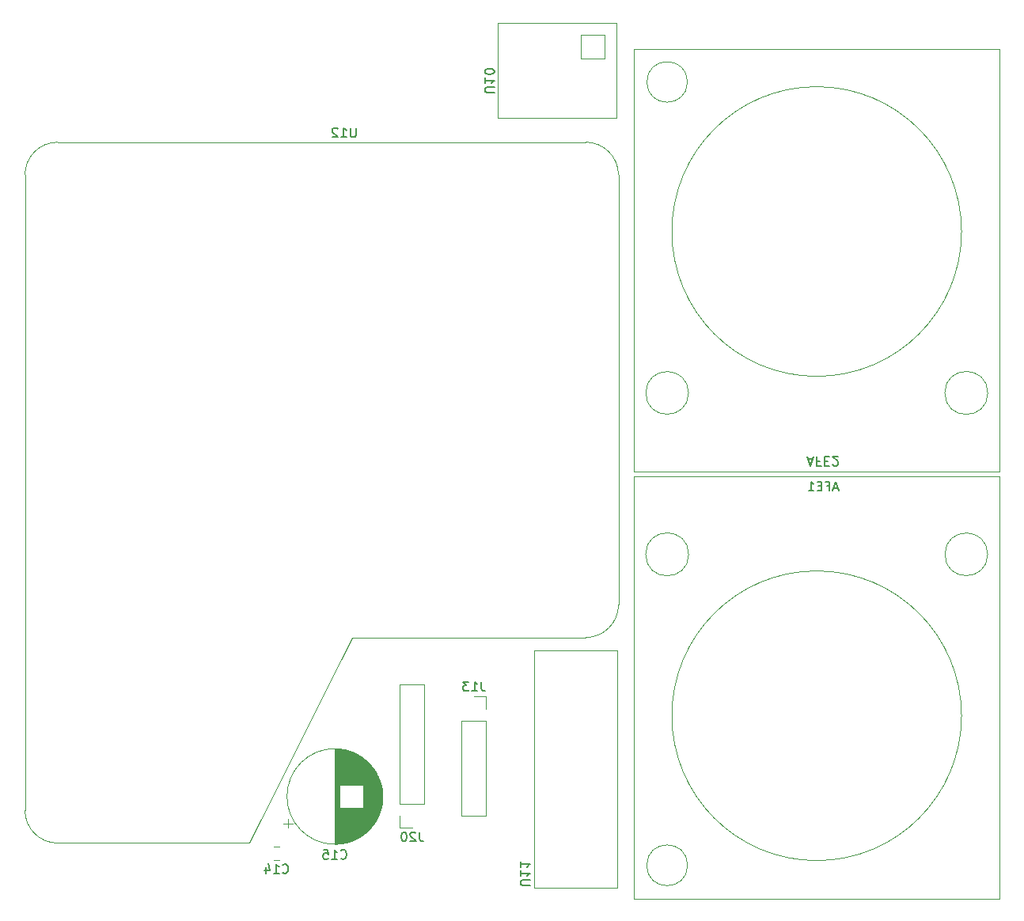
<source format=gbr>
%TF.GenerationSoftware,KiCad,Pcbnew,6.0.7-f9a2dced07~116~ubuntu20.04.1*%
%TF.CreationDate,2022-10-31T14:44:56+01:00*%
%TF.ProjectId,av_citynode_hw,61765f63-6974-4796-9e6f-64655f68772e,rev?*%
%TF.SameCoordinates,Original*%
%TF.FileFunction,Legend,Bot*%
%TF.FilePolarity,Positive*%
%FSLAX46Y46*%
G04 Gerber Fmt 4.6, Leading zero omitted, Abs format (unit mm)*
G04 Created by KiCad (PCBNEW 6.0.7-f9a2dced07~116~ubuntu20.04.1) date 2022-10-31 14:44:56*
%MOMM*%
%LPD*%
G01*
G04 APERTURE LIST*
%ADD10C,0.150000*%
%ADD11C,0.120000*%
G04 APERTURE END LIST*
D10*
%TO.C,C14*%
X250070857Y-139832142D02*
X250118476Y-139879761D01*
X250261333Y-139927380D01*
X250356571Y-139927380D01*
X250499428Y-139879761D01*
X250594666Y-139784523D01*
X250642285Y-139689285D01*
X250689904Y-139498809D01*
X250689904Y-139355952D01*
X250642285Y-139165476D01*
X250594666Y-139070238D01*
X250499428Y-138975000D01*
X250356571Y-138927380D01*
X250261333Y-138927380D01*
X250118476Y-138975000D01*
X250070857Y-139022619D01*
X249118476Y-139927380D02*
X249689904Y-139927380D01*
X249404190Y-139927380D02*
X249404190Y-138927380D01*
X249499428Y-139070238D01*
X249594666Y-139165476D01*
X249689904Y-139213095D01*
X248261333Y-139260714D02*
X248261333Y-139927380D01*
X248499428Y-138879761D02*
X248737523Y-139594047D01*
X248118476Y-139594047D01*
%TO.C,U11*%
X276518619Y-141192095D02*
X275709095Y-141192095D01*
X275613857Y-141144476D01*
X275566238Y-141096857D01*
X275518619Y-141001619D01*
X275518619Y-140811142D01*
X275566238Y-140715904D01*
X275613857Y-140668285D01*
X275709095Y-140620666D01*
X276518619Y-140620666D01*
X275518619Y-139620666D02*
X275518619Y-140192095D01*
X275518619Y-139906380D02*
X276518619Y-139906380D01*
X276375761Y-140001619D01*
X276280523Y-140096857D01*
X276232904Y-140192095D01*
X275518619Y-138668285D02*
X275518619Y-139239714D01*
X275518619Y-138954000D02*
X276518619Y-138954000D01*
X276375761Y-139049238D01*
X276280523Y-139144476D01*
X276232904Y-139239714D01*
%TO.C,U10*%
X272708619Y-56356095D02*
X271899095Y-56356095D01*
X271803857Y-56308476D01*
X271756238Y-56260857D01*
X271708619Y-56165619D01*
X271708619Y-55975142D01*
X271756238Y-55879904D01*
X271803857Y-55832285D01*
X271899095Y-55784666D01*
X272708619Y-55784666D01*
X271708619Y-54784666D02*
X271708619Y-55356095D01*
X271708619Y-55070380D02*
X272708619Y-55070380D01*
X272565761Y-55165619D01*
X272470523Y-55260857D01*
X272422904Y-55356095D01*
X272708619Y-54165619D02*
X272708619Y-54070380D01*
X272661000Y-53975142D01*
X272613380Y-53927523D01*
X272518142Y-53879904D01*
X272327666Y-53832285D01*
X272089571Y-53832285D01*
X271899095Y-53879904D01*
X271803857Y-53927523D01*
X271756238Y-53975142D01*
X271708619Y-54070380D01*
X271708619Y-54165619D01*
X271756238Y-54260857D01*
X271803857Y-54308476D01*
X271899095Y-54356095D01*
X272089571Y-54403714D01*
X272327666Y-54403714D01*
X272518142Y-54356095D01*
X272613380Y-54308476D01*
X272661000Y-54260857D01*
X272708619Y-54165619D01*
%TO.C,J20*%
X264715523Y-135513380D02*
X264715523Y-136227666D01*
X264763142Y-136370523D01*
X264858380Y-136465761D01*
X265001238Y-136513380D01*
X265096476Y-136513380D01*
X264286952Y-135608619D02*
X264239333Y-135561000D01*
X264144095Y-135513380D01*
X263906000Y-135513380D01*
X263810761Y-135561000D01*
X263763142Y-135608619D01*
X263715523Y-135703857D01*
X263715523Y-135799095D01*
X263763142Y-135941952D01*
X264334571Y-136513380D01*
X263715523Y-136513380D01*
X263096476Y-135513380D02*
X263001238Y-135513380D01*
X262906000Y-135561000D01*
X262858380Y-135608619D01*
X262810761Y-135703857D01*
X262763142Y-135894333D01*
X262763142Y-136132428D01*
X262810761Y-136322904D01*
X262858380Y-136418142D01*
X262906000Y-136465761D01*
X263001238Y-136513380D01*
X263096476Y-136513380D01*
X263191714Y-136465761D01*
X263239333Y-136418142D01*
X263286952Y-136322904D01*
X263334571Y-136132428D01*
X263334571Y-135894333D01*
X263286952Y-135703857D01*
X263239333Y-135608619D01*
X263191714Y-135561000D01*
X263096476Y-135513380D01*
%TO.C,J13*%
X271319523Y-119428380D02*
X271319523Y-120142666D01*
X271367142Y-120285523D01*
X271462380Y-120380761D01*
X271605238Y-120428380D01*
X271700476Y-120428380D01*
X270319523Y-120428380D02*
X270890952Y-120428380D01*
X270605238Y-120428380D02*
X270605238Y-119428380D01*
X270700476Y-119571238D01*
X270795714Y-119666476D01*
X270890952Y-119714095D01*
X269986190Y-119428380D02*
X269367142Y-119428380D01*
X269700476Y-119809333D01*
X269557619Y-119809333D01*
X269462380Y-119856952D01*
X269414761Y-119904571D01*
X269367142Y-119999809D01*
X269367142Y-120237904D01*
X269414761Y-120333142D01*
X269462380Y-120380761D01*
X269557619Y-120428380D01*
X269843333Y-120428380D01*
X269938571Y-120380761D01*
X269986190Y-120333142D01*
%TO.C,AFE1*%
X309511238Y-98718666D02*
X309035047Y-98718666D01*
X309606476Y-99004380D02*
X309273142Y-98004380D01*
X308939809Y-99004380D01*
X308273142Y-98480571D02*
X308606476Y-98480571D01*
X308606476Y-99004380D02*
X308606476Y-98004380D01*
X308130285Y-98004380D01*
X307749333Y-98480571D02*
X307416000Y-98480571D01*
X307273142Y-99004380D02*
X307749333Y-99004380D01*
X307749333Y-98004380D01*
X307273142Y-98004380D01*
X306320761Y-99004380D02*
X306892190Y-99004380D01*
X306606476Y-99004380D02*
X306606476Y-98004380D01*
X306701714Y-98147238D01*
X306796952Y-98242476D01*
X306892190Y-98290095D01*
%TO.C,U12*%
X257905095Y-60158380D02*
X257905095Y-60967904D01*
X257857476Y-61063142D01*
X257809857Y-61110761D01*
X257714619Y-61158380D01*
X257524142Y-61158380D01*
X257428904Y-61110761D01*
X257381285Y-61063142D01*
X257333666Y-60967904D01*
X257333666Y-60158380D01*
X256333666Y-61158380D02*
X256905095Y-61158380D01*
X256619380Y-61158380D02*
X256619380Y-60158380D01*
X256714619Y-60301238D01*
X256809857Y-60396476D01*
X256905095Y-60444095D01*
X255952714Y-60253619D02*
X255905095Y-60206000D01*
X255809857Y-60158380D01*
X255571761Y-60158380D01*
X255476523Y-60206000D01*
X255428904Y-60253619D01*
X255381285Y-60348857D01*
X255381285Y-60444095D01*
X255428904Y-60586952D01*
X256000333Y-61158380D01*
X255381285Y-61158380D01*
%TO.C,AFE2*%
X306320761Y-95591333D02*
X306796952Y-95591333D01*
X306225523Y-95305619D02*
X306558857Y-96305619D01*
X306892190Y-95305619D01*
X307558857Y-95829428D02*
X307225523Y-95829428D01*
X307225523Y-95305619D02*
X307225523Y-96305619D01*
X307701714Y-96305619D01*
X308082666Y-95829428D02*
X308416000Y-95829428D01*
X308558857Y-95305619D02*
X308082666Y-95305619D01*
X308082666Y-96305619D01*
X308558857Y-96305619D01*
X308939809Y-96210380D02*
X308987428Y-96258000D01*
X309082666Y-96305619D01*
X309320761Y-96305619D01*
X309416000Y-96258000D01*
X309463619Y-96210380D01*
X309511238Y-96115142D01*
X309511238Y-96019904D01*
X309463619Y-95877047D01*
X308892190Y-95305619D01*
X309511238Y-95305619D01*
%TO.C,C15*%
X256299180Y-138306142D02*
X256346799Y-138353761D01*
X256489656Y-138401380D01*
X256584894Y-138401380D01*
X256727751Y-138353761D01*
X256822989Y-138258523D01*
X256870608Y-138163285D01*
X256918227Y-137972809D01*
X256918227Y-137829952D01*
X256870608Y-137639476D01*
X256822989Y-137544238D01*
X256727751Y-137449000D01*
X256584894Y-137401380D01*
X256489656Y-137401380D01*
X256346799Y-137449000D01*
X256299180Y-137496619D01*
X255346799Y-138401380D02*
X255918227Y-138401380D01*
X255632513Y-138401380D02*
X255632513Y-137401380D01*
X255727751Y-137544238D01*
X255822989Y-137639476D01*
X255918227Y-137687095D01*
X254442037Y-137401380D02*
X254918227Y-137401380D01*
X254965846Y-137877571D01*
X254918227Y-137829952D01*
X254822989Y-137782333D01*
X254584894Y-137782333D01*
X254489656Y-137829952D01*
X254442037Y-137877571D01*
X254394418Y-137972809D01*
X254394418Y-138210904D01*
X254442037Y-138306142D01*
X254489656Y-138353761D01*
X254584894Y-138401380D01*
X254822989Y-138401380D01*
X254918227Y-138353761D01*
X254965846Y-138306142D01*
D11*
%TO.C,C14*%
X249166748Y-137060000D02*
X249689252Y-137060000D01*
X249166748Y-138530000D02*
X249689252Y-138530000D01*
%TO.C,U11*%
X276995000Y-141478000D02*
X285885000Y-141478000D01*
X285885000Y-141478000D02*
X285885000Y-116078000D01*
X285885000Y-116078000D02*
X276995000Y-116078000D01*
X276995000Y-116078000D02*
X276995000Y-141478000D01*
%TO.C,U10*%
X273050000Y-59055000D02*
X285750000Y-59055000D01*
X285750000Y-59055000D02*
X285750000Y-48895000D01*
X285750000Y-48895000D02*
X273050000Y-48895000D01*
X273050000Y-48895000D02*
X273050000Y-59055000D01*
X284480000Y-52705000D02*
X281940000Y-52705000D01*
X281940000Y-52705000D02*
X281940000Y-50165000D01*
X281940000Y-50165000D02*
X284480000Y-50165000D01*
X284480000Y-50165000D02*
X284480000Y-52705000D01*
%TO.C,J20*%
X265236000Y-132461000D02*
X265236000Y-119701000D01*
X262576000Y-119701000D02*
X265236000Y-119701000D01*
X262576000Y-133731000D02*
X262576000Y-135061000D01*
X262576000Y-135061000D02*
X263906000Y-135061000D01*
X262576000Y-132461000D02*
X265236000Y-132461000D01*
X262576000Y-132461000D02*
X262576000Y-119701000D01*
%TO.C,J13*%
X271840000Y-123576000D02*
X271840000Y-133796000D01*
X271840000Y-120976000D02*
X270510000Y-120976000D01*
X271840000Y-123576000D02*
X269180000Y-123576000D01*
X271840000Y-122306000D02*
X271840000Y-120976000D01*
X269180000Y-123576000D02*
X269180000Y-133796000D01*
X271840000Y-133796000D02*
X269180000Y-133796000D01*
%TO.C,AFE1*%
X287655000Y-96901000D02*
X308737000Y-96901000D01*
X326771000Y-51943000D02*
X326771000Y-51689000D01*
X308737000Y-96901000D02*
X326771000Y-96901000D01*
X326771000Y-96901000D02*
X326771000Y-51943000D01*
X287655000Y-51689000D02*
X287655000Y-96901000D01*
X326771000Y-51689000D02*
X287655000Y-51689000D01*
X322709082Y-71247000D02*
G75*
G03*
X322709082Y-71247000I-15496082J0D01*
G01*
X293497000Y-88519000D02*
G75*
G03*
X293497000Y-88519000I-2286000J0D01*
G01*
X293381177Y-55245000D02*
G75*
G03*
X293381177Y-55245000I-2170177J0D01*
G01*
X325515068Y-88519000D02*
G75*
G03*
X325515068Y-88519000I-2300068J0D01*
G01*
%TO.C,U12*%
X282504000Y-61687000D02*
X226004000Y-61687000D01*
X222504000Y-65187000D02*
X222504000Y-133187000D01*
X257504000Y-114687000D02*
X282504000Y-114687000D01*
X246504000Y-136687000D02*
X257504000Y-114687000D01*
X286004000Y-65187000D02*
X286004000Y-111187000D01*
X226004000Y-136687000D02*
X246504000Y-136687000D01*
X222504000Y-133187000D02*
G75*
G03*
X226004000Y-136687000I3499999J-1D01*
G01*
X286004000Y-65187000D02*
G75*
G03*
X282504000Y-61687000I-3500000J0D01*
G01*
X226004000Y-61687000D02*
G75*
G03*
X222504000Y-65187000I0J-3500000D01*
G01*
X282504000Y-114687000D02*
G75*
G03*
X286004000Y-111187000I1J3499999D01*
G01*
%TO.C,AFE2*%
X326771000Y-142621000D02*
X326771000Y-97409000D01*
X287655000Y-97409000D02*
X287655000Y-142367000D01*
X287655000Y-142367000D02*
X287655000Y-142621000D01*
X305689000Y-97409000D02*
X287655000Y-97409000D01*
X287655000Y-142621000D02*
X326771000Y-142621000D01*
X326771000Y-97409000D02*
X305689000Y-97409000D01*
X293395991Y-139065000D02*
G75*
G03*
X293395991Y-139065000I-2184991J0D01*
G01*
X322709082Y-123063000D02*
G75*
G03*
X322709082Y-123063000I-15496082J0D01*
G01*
X325501000Y-105791000D02*
G75*
G03*
X325501000Y-105791000I-2286000J0D01*
G01*
X293511068Y-105791000D02*
G75*
G03*
X293511068Y-105791000I-2300068J0D01*
G01*
%TO.C,C15*%
X256857323Y-130458000D02*
X256857323Y-126761000D01*
X257457323Y-130458000D02*
X257457323Y-126945000D01*
X257137323Y-136561000D02*
X257137323Y-132940000D01*
X257497323Y-130458000D02*
X257497323Y-126961000D01*
X258257323Y-130458000D02*
X258257323Y-127328000D01*
X258137323Y-130458000D02*
X258137323Y-127259000D01*
X256617323Y-130458000D02*
X256617323Y-126709000D01*
X260057323Y-134278000D02*
X260057323Y-129120000D01*
X256016323Y-136767000D02*
X256016323Y-126631000D01*
X255656323Y-136779000D02*
X255656323Y-126619000D01*
X259817323Y-134644000D02*
X259817323Y-128754000D01*
X257617323Y-136389000D02*
X257617323Y-132940000D01*
X256176323Y-130458000D02*
X256176323Y-126645000D01*
X258257323Y-136070000D02*
X258257323Y-132940000D01*
X255736323Y-136779000D02*
X255736323Y-126619000D01*
X260537323Y-133209000D02*
X260537323Y-130189000D01*
X258897323Y-135624000D02*
X258897323Y-127774000D01*
X257417323Y-130458000D02*
X257417323Y-126931000D01*
X256176323Y-136753000D02*
X256176323Y-132940000D01*
X256977323Y-136606000D02*
X256977323Y-132940000D01*
X258217323Y-136094000D02*
X258217323Y-132940000D01*
X258177323Y-136116000D02*
X258177323Y-132940000D01*
X255896323Y-136774000D02*
X255896323Y-126624000D01*
X256817323Y-130458000D02*
X256817323Y-126752000D01*
X255696323Y-136779000D02*
X255696323Y-126619000D01*
X259257323Y-135300000D02*
X259257323Y-128098000D01*
X259457323Y-135091000D02*
X259457323Y-128307000D01*
X260417323Y-133545000D02*
X260417323Y-129853000D01*
X257137323Y-130458000D02*
X257137323Y-126837000D01*
X257057323Y-130458000D02*
X257057323Y-126814000D01*
X257417323Y-136467000D02*
X257417323Y-132940000D01*
X259617323Y-134905000D02*
X259617323Y-128493000D01*
X256697323Y-130458000D02*
X256697323Y-126725000D01*
X256857323Y-136637000D02*
X256857323Y-132940000D01*
X258017323Y-136203000D02*
X258017323Y-132940000D01*
X260497323Y-133329000D02*
X260497323Y-130069000D01*
X257897323Y-130458000D02*
X257897323Y-127135000D01*
X256216323Y-130458000D02*
X256216323Y-126649000D01*
X256457323Y-130458000D02*
X256457323Y-126681000D01*
X259497323Y-135046000D02*
X259497323Y-128352000D01*
X256977323Y-130458000D02*
X256977323Y-126792000D01*
X258457323Y-135946000D02*
X258457323Y-132940000D01*
X258977323Y-135557000D02*
X258977323Y-127841000D01*
X258377323Y-130458000D02*
X258377323Y-127401000D01*
X260657323Y-132761000D02*
X260657323Y-130637000D01*
X257537323Y-130458000D02*
X257537323Y-126976000D01*
X257777323Y-130458000D02*
X257777323Y-127078000D01*
X258817323Y-135688000D02*
X258817323Y-127710000D01*
X256497323Y-136710000D02*
X256497323Y-132940000D01*
X259217323Y-135339000D02*
X259217323Y-128059000D01*
X257857323Y-130458000D02*
X257857323Y-127115000D01*
X256817323Y-136646000D02*
X256817323Y-132940000D01*
X259057323Y-135488000D02*
X259057323Y-127910000D01*
X256336323Y-130458000D02*
X256336323Y-126664000D01*
X258937323Y-135591000D02*
X258937323Y-127807000D01*
X259857323Y-134588000D02*
X259857323Y-128810000D01*
X259577323Y-134953000D02*
X259577323Y-128445000D01*
X255976323Y-136769000D02*
X255976323Y-126629000D01*
X259417323Y-135135000D02*
X259417323Y-128263000D01*
X256256323Y-136744000D02*
X256256323Y-132940000D01*
X256937323Y-136617000D02*
X256937323Y-132940000D01*
X258857323Y-135656000D02*
X258857323Y-127742000D01*
X260457323Y-133441000D02*
X260457323Y-129957000D01*
X257297323Y-130458000D02*
X257297323Y-126888000D01*
X258457323Y-130458000D02*
X258457323Y-127452000D01*
X256577323Y-130458000D02*
X256577323Y-126702000D01*
X257057323Y-136584000D02*
X257057323Y-132940000D01*
X258377323Y-135997000D02*
X258377323Y-132940000D01*
X258497323Y-135920000D02*
X258497323Y-132940000D01*
X258697323Y-135779000D02*
X258697323Y-127619000D01*
X256697323Y-136673000D02*
X256697323Y-132940000D01*
X260337323Y-133736000D02*
X260337323Y-129662000D01*
X257017323Y-136596000D02*
X257017323Y-132940000D01*
X257217323Y-136536000D02*
X257217323Y-132940000D01*
X258297323Y-130458000D02*
X258297323Y-127352000D01*
X260297323Y-133824000D02*
X260297323Y-129574000D01*
X259697323Y-134805000D02*
X259697323Y-128593000D01*
X258417323Y-130458000D02*
X258417323Y-127426000D01*
X258537323Y-135893000D02*
X258537323Y-132940000D01*
X250176677Y-134574000D02*
X251176677Y-134574000D01*
X256777323Y-130458000D02*
X256777323Y-126743000D01*
X256136323Y-136757000D02*
X256136323Y-126641000D01*
X260737323Y-132298000D02*
X260737323Y-131100000D01*
X258097323Y-130458000D02*
X258097323Y-127237000D01*
X257497323Y-136437000D02*
X257497323Y-132940000D01*
X258417323Y-135972000D02*
X258417323Y-132940000D01*
X256256323Y-130458000D02*
X256256323Y-126654000D01*
X258337323Y-136022000D02*
X258337323Y-132940000D01*
X256897323Y-136627000D02*
X256897323Y-132940000D01*
X256737323Y-136664000D02*
X256737323Y-132940000D01*
X257977323Y-130458000D02*
X257977323Y-127174000D01*
X260137323Y-134138000D02*
X260137323Y-129260000D01*
X255776323Y-136778000D02*
X255776323Y-126620000D01*
X257817323Y-136302000D02*
X257817323Y-132940000D01*
X256377323Y-130458000D02*
X256377323Y-126669000D01*
X250676677Y-135074000D02*
X250676677Y-134074000D01*
X256377323Y-136729000D02*
X256377323Y-132940000D01*
X256737323Y-130458000D02*
X256737323Y-126734000D01*
X258017323Y-130458000D02*
X258017323Y-127195000D01*
X256497323Y-130458000D02*
X256497323Y-126688000D01*
X256657323Y-136681000D02*
X256657323Y-132940000D01*
X256777323Y-136655000D02*
X256777323Y-132940000D01*
X259017323Y-135523000D02*
X259017323Y-127875000D01*
X256096323Y-136761000D02*
X256096323Y-126637000D01*
X259337323Y-135219000D02*
X259337323Y-128179000D01*
X257697323Y-130458000D02*
X257697323Y-127042000D01*
X259177323Y-135378000D02*
X259177323Y-128020000D01*
X259657323Y-134855000D02*
X259657323Y-128543000D01*
X259137323Y-135415000D02*
X259137323Y-127983000D01*
X260377323Y-133643000D02*
X260377323Y-129755000D01*
X260097323Y-134209000D02*
X260097323Y-129189000D01*
X260697323Y-132561000D02*
X260697323Y-130837000D01*
X259297323Y-135260000D02*
X259297323Y-128138000D01*
X257297323Y-136510000D02*
X257297323Y-132940000D01*
X259897323Y-134529000D02*
X259897323Y-128869000D01*
X260577323Y-133077000D02*
X260577323Y-130321000D01*
X257577323Y-136406000D02*
X257577323Y-132940000D01*
X258097323Y-136161000D02*
X258097323Y-132940000D01*
X257377323Y-130458000D02*
X257377323Y-126916000D01*
X257337323Y-136496000D02*
X257337323Y-132940000D01*
X259097323Y-135452000D02*
X259097323Y-127946000D01*
X256216323Y-136749000D02*
X256216323Y-132940000D01*
X257857323Y-136283000D02*
X257857323Y-132940000D01*
X259737323Y-134753000D02*
X259737323Y-128645000D01*
X256657323Y-130458000D02*
X256657323Y-126717000D01*
X257257323Y-130458000D02*
X257257323Y-126875000D01*
X257737323Y-136338000D02*
X257737323Y-132940000D01*
X256537323Y-136703000D02*
X256537323Y-132940000D01*
X258617323Y-135837000D02*
X258617323Y-132940000D01*
X257217323Y-130458000D02*
X257217323Y-126862000D01*
X258057323Y-136182000D02*
X258057323Y-132940000D01*
X257257323Y-136523000D02*
X257257323Y-132940000D01*
X257537323Y-136422000D02*
X257537323Y-132940000D01*
X257177323Y-130458000D02*
X257177323Y-126849000D01*
X257017323Y-130458000D02*
X257017323Y-126802000D01*
X257377323Y-136482000D02*
X257377323Y-132940000D01*
X258657323Y-135809000D02*
X258657323Y-127589000D01*
X257737323Y-130458000D02*
X257737323Y-127060000D01*
X258777323Y-135719000D02*
X258777323Y-127679000D01*
X256296323Y-130458000D02*
X256296323Y-126659000D01*
X257097323Y-136573000D02*
X257097323Y-132940000D01*
X256617323Y-136689000D02*
X256617323Y-132940000D01*
X258737323Y-135749000D02*
X258737323Y-127649000D01*
X256897323Y-130458000D02*
X256897323Y-126771000D01*
X256537323Y-130458000D02*
X256537323Y-126695000D01*
X258217323Y-130458000D02*
X258217323Y-127304000D01*
X258177323Y-130458000D02*
X258177323Y-127282000D01*
X260017323Y-134344000D02*
X260017323Y-129054000D01*
X257817323Y-130458000D02*
X257817323Y-127096000D01*
X257937323Y-130458000D02*
X257937323Y-127154000D01*
X255856323Y-136776000D02*
X255856323Y-126622000D01*
X256296323Y-136739000D02*
X256296323Y-132940000D01*
X260257323Y-133908000D02*
X260257323Y-129490000D01*
X258577323Y-130458000D02*
X258577323Y-127533000D01*
X256577323Y-136696000D02*
X256577323Y-132940000D01*
X260177323Y-134064000D02*
X260177323Y-129334000D01*
X256417323Y-136723000D02*
X256417323Y-132940000D01*
X258137323Y-136139000D02*
X258137323Y-132940000D01*
X257457323Y-136453000D02*
X257457323Y-132940000D01*
X259377323Y-135177000D02*
X259377323Y-128221000D01*
X258617323Y-130458000D02*
X258617323Y-127561000D01*
X257937323Y-136244000D02*
X257937323Y-132940000D01*
X259537323Y-135000000D02*
X259537323Y-128398000D01*
X257977323Y-136224000D02*
X257977323Y-132940000D01*
X260217323Y-133988000D02*
X260217323Y-129410000D01*
X257657323Y-136373000D02*
X257657323Y-132940000D01*
X259777323Y-134699000D02*
X259777323Y-128699000D01*
X256417323Y-130458000D02*
X256417323Y-126675000D01*
X255816323Y-136777000D02*
X255816323Y-126621000D01*
X256937323Y-130458000D02*
X256937323Y-126781000D01*
X258057323Y-130458000D02*
X258057323Y-127216000D01*
X260617323Y-132929000D02*
X260617323Y-130469000D01*
X257337323Y-130458000D02*
X257337323Y-126902000D01*
X257617323Y-130458000D02*
X257617323Y-127009000D01*
X256056323Y-136764000D02*
X256056323Y-126634000D01*
X256336323Y-136734000D02*
X256336323Y-132940000D01*
X259937323Y-134469000D02*
X259937323Y-128929000D01*
X257577323Y-130458000D02*
X257577323Y-126992000D01*
X257777323Y-136320000D02*
X257777323Y-132940000D01*
X255936323Y-136772000D02*
X255936323Y-126626000D01*
X257897323Y-136263000D02*
X257897323Y-132940000D01*
X256457323Y-136717000D02*
X256457323Y-132940000D01*
X258577323Y-135865000D02*
X258577323Y-132940000D01*
X257697323Y-136356000D02*
X257697323Y-132940000D01*
X258297323Y-136046000D02*
X258297323Y-132940000D01*
X258337323Y-130458000D02*
X258337323Y-127376000D01*
X258537323Y-130458000D02*
X258537323Y-127505000D01*
X258497323Y-130458000D02*
X258497323Y-127478000D01*
X259977323Y-134408000D02*
X259977323Y-128990000D01*
X257097323Y-130458000D02*
X257097323Y-126825000D01*
X257657323Y-130458000D02*
X257657323Y-127025000D01*
X257177323Y-136549000D02*
X257177323Y-132940000D01*
X260776323Y-131699000D02*
G75*
G03*
X260776323Y-131699000I-5120000J0D01*
G01*
%TD*%
M02*

</source>
